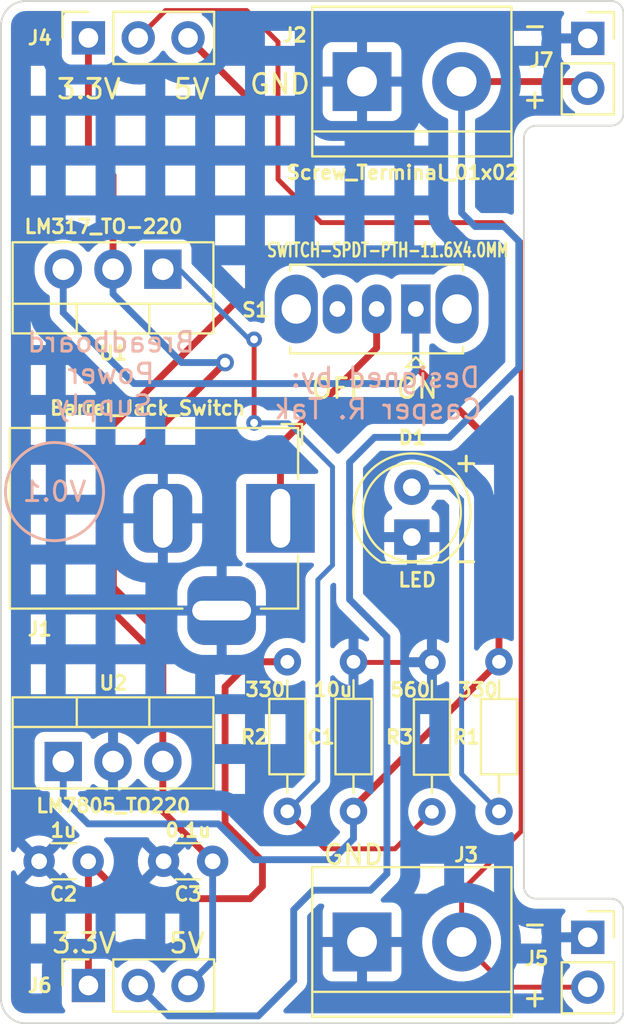
<source format=kicad_pcb>
(kicad_pcb (version 20211014) (generator pcbnew)
  (title_block (title "Breadboard power supply") (date "2022-07-29") (rev "V1.0") (comment 1 "Casper Tak"))
  (layers (0 "F.Cu" signal) (31 "B.Cu" signal) (34 "B.Paste" user) (35 "F.Paste" user) (36 "B.SilkS" user "B.Silkscreen") (37 "F.SilkS" user "F.Silkscreen") (38 "B.Mask" user) (39 "F.Mask" user) (44 "Edge.Cuts" user))
  (net 0 "")
  (net 1 "/12V")
  (net 2 "GND")
  (net 3 "/3.3V")
  (net 4 "/5V")
  (net 5 "Net-(D1-Pad2)")
  (net 6 "/PWR_input")
  (net 7 "Net-(R2-Pad1)")
  (net 9 "/POWER_OUT_BOTTOM")
  (net 10 "Net-(J3-Pad2)")
  (footprint "Resistor_THT:R_Axial_DIN0204_L3.6mm_D1.6mm_P7.62mm_Horizontal" (layer "F.Cu") (at 118.7 82.03 90)
    (fp_text reference "R3" (at 3.81 -1.65 180) (layer "F.SilkS") (effects (font (size 0.7 0.7))))
    (fp_text value "560" (at 6.21 -1.1 180) (layer "F.SilkS") (effects (font (size 0.7 0.7))))
    (fp_line (start 0.94 0) (end 1.89 0) (layer "F.SilkS") (width 0.12))
    (fp_line (start 6.68 0) (end 5.73 0) (layer "F.SilkS") (width 0.12))
    (fp_line (start 1.89 -0.92) (end 1.89 0.92) (layer "F.SilkS") (width 0.12))
    (fp_line (start 5.73 0.92) (end 5.73 -0.92) (layer "F.SilkS") (width 0.12))
    (fp_line (start 5.73 -0.92) (end 1.89 -0.92) (layer "F.SilkS") (width 0.12))
    (fp_line (start 1.89 0.92) (end 5.73 0.92) (layer "F.SilkS") (width 0.12))
    (pad "1" thru_hole circle (at 0 0 90) (size 1.4 1.4) (drill 0.7) (layers *.Cu *.Mask) (net 7 "Net-(R2-Pad1)"))
    (pad "2" thru_hole oval (at 7.62 0 90) (size 1.4 1.4) (drill 0.7) (layers *.Cu *.Mask) (net 2 "GND"))
  )
  (footprint "Resistor_THT:R_Axial_DIN0204_L3.6mm_D1.6mm_P7.62mm_Horizontal" (layer "F.Cu") (at 111.325 82.0075 90)
    (fp_text reference "R2" (at 3.7875 -1.675) (layer "F.SilkS") (effects (font (size 0.7 0.7))))
    (fp_text value "330" (at 6.205 -1.125 180) (layer "F.SilkS") (effects (font (size 0.7 0.7))))
    (fp_line (start 6.68 0) (end 5.73 0) (layer "F.SilkS") (width 0.12))
    (fp_line (start 5.73 0.92) (end 5.73 -0.92) (layer "F.SilkS") (width 0.12))
    (fp_line (start 1.89 -0.92) (end 1.89 0.92) (layer "F.SilkS") (width 0.12))
    (fp_line (start 5.73 -0.92) (end 1.89 -0.92) (layer "F.SilkS") (width 0.12))
    (fp_line (start 1.89 0.92) (end 5.73 0.92) (layer "F.SilkS") (width 0.12))
    (fp_line (start 0.94 0) (end 1.89 0) (layer "F.SilkS") (width 0.12))
    (pad "1" thru_hole circle (at 0 0 90) (size 1.4 1.4) (drill 0.7) (layers *.Cu *.Mask) (net 7 "Net-(R2-Pad1)"))
    (pad "2" thru_hole oval (at 7.62 0 90) (size 1.4 1.4) (drill 0.7) (layers *.Cu *.Mask) (net 3 "/3.3V"))
  )
  (footprint "Resistor_THT:R_Axial_DIN0204_L3.6mm_D1.6mm_P7.62mm_Horizontal" (layer "F.Cu") (at 122.12 82.0075 90)
    (fp_text reference "R1" (at 3.7875 -1.67 180) (layer "F.SilkS") (effects (font (size 0.7 0.7))))
    (fp_text value "330" (at 6.1875 -1.07 180) (layer "F.SilkS") (effects (font (size 0.7 0.7))))
    (fp_line (start 6.68 0) (end 5.73 0) (layer "F.SilkS") (width 0.12))
    (fp_line (start 5.73 -0.92) (end 1.89 -0.92) (layer "F.SilkS") (width 0.12))
    (fp_line (start 1.89 -0.92) (end 1.89 0.92) (layer "F.SilkS") (width 0.12))
    (fp_line (start 0.94 0) (end 1.89 0) (layer "F.SilkS") (width 0.12))
    (fp_line (start 5.73 0.92) (end 5.73 -0.92) (layer "F.SilkS") (width 0.12))
    (fp_line (start 1.89 0.92) (end 5.73 0.92) (layer "F.SilkS") (width 0.12))
    (pad "1" thru_hole circle (at 0 0 90) (size 1.4 1.4) (drill 0.7) (layers *.Cu *.Mask) (net 5 "Net-(D1-Pad2)"))
    (pad "2" thru_hole oval (at 7.62 0 90) (size 1.4 1.4) (drill 0.7) (layers *.Cu *.Mask) (net 1 "/12V"))
  )
  (footprint "Capacitor_THT:C_Disc_D3.0mm_W1.6mm_P2.50mm" (layer "F.Cu") (at 101.165 84.5475 180)
    (fp_text reference "C2" (at 1.25 -1.6725) (layer "F.SilkS") (effects (font (size 0.7 0.7))))
    (fp_text value "1u" (at 1.25 1.5775) (layer "F.SilkS") (effects (font (size 0.7 0.7))))
    (fp_line (start 0.621 0.92) (end 1.879 0.92) (layer "F.SilkS") (width 0.12))
    (fp_line (start 0.621 -0.92) (end 1.879 -0.92) (layer "F.SilkS") (width 0.12))
    (pad "1" thru_hole circle (at 0 0 180) (size 1.6 1.6) (drill 0.8) (layers *.Cu *.Mask) (net 3 "/3.3V"))
    (pad "2" thru_hole circle (at 2.5 0 180) (size 1.6 1.6) (drill 0.8) (layers *.Cu *.Mask) (net 2 "GND"))
  )
  (footprint "Connector_PinSocket_2.54mm:PinSocket_1x02_P2.54mm_Vertical" (layer "F.Cu") (at 126.65 88.42)
    (fp_text reference "J5" (at -2.615 1.0825) (layer "F.SilkS") (effects (font (size 0.7 0.7))))
    (fp_text value "Conn_01x02_Male" hide)
    (fp_line (start 1.33 -1.33) (end 1.33 0) (layer "F.SilkS") (width 0.12))
    (fp_line (start -1.33 3.87) (end 1.33 3.87) (layer "F.SilkS") (width 0.12))
    (fp_line (start 1.33 1.27) (end 1.33 3.87) (layer "F.SilkS") (width 0.12))
    (fp_line (start 0 -1.33) (end 1.33 -1.33) (layer "F.SilkS") (width 0.12))
    (fp_line (start -1.33 1.27) (end -1.33 3.87) (layer "F.SilkS") (width 0.12))
    (fp_line (start -1.33 1.27) (end 1.33 1.27) (layer "F.SilkS") (width 0.12))
    (pad "1" thru_hole rect (at 0 0) (size 1.7 1.7) (drill 1) (layers *.Cu *.Mask) (net 2 "GND"))
    (pad "2" thru_hole oval (at 0 2.54) (size 1.7 1.7) (drill 1) (layers *.Cu *.Mask) (net 10 "Net-(J3-Pad2)"))
  )
  (footprint "TerminalBlock:TerminalBlock_bornier-2_P5.08mm" (layer "F.Cu") (at 115.135 44.8375)
    (fp_text reference "J2" (at -3.435 -2.3675) (layer "F.SilkS") (effects (font (size 0.7 0.7))))
    (fp_text value "Screw_Terminal_01x02" (at 2.065 4.6325) (layer "F.SilkS") (effects (font (size 0.7 0.7))))
    (fp_line (start -2.54 3.81) (end 7.62 3.81) (layer "F.SilkS") (width 0.12))
    (fp_line (start -2.54 -3.81) (end -2.54 3.81) (layer "F.SilkS") (width 0.12))
    (fp_line (start 7.62 2.54) (end -2.54 2.54) (layer "F.SilkS") (width 0.12))
    (fp_line (start 7.62 -3.81) (end -2.54 -3.81) (layer "F.SilkS") (width 0.12))
    (fp_line (start 7.62 3.81) (end 7.62 -3.81) (layer "F.SilkS") (width 0.12))
    (pad "1" thru_hole rect (at 0 0) (size 3 3) (drill 1.52) (layers *.Cu *.Mask) (net 2 "GND"))
    (pad "2" thru_hole circle (at 5.08 0) (size 3 3) (drill 1.52) (layers *.Cu *.Mask) (net 9 "/POWER_OUT_BOTTOM"))
  )
  (footprint "TerminalBlock:TerminalBlock_bornier-2_P5.08mm" (layer "F.Cu") (at 115.135 88.6575)
    (fp_text reference "J3" (at 5.315 -4.4375) (layer "F.SilkS") (effects (font (size 0.7 0.7))))
    (fp_text value "Screw_Terminal_01x02" hide)
    (fp_line (start -2.54 -3.81) (end -2.54 3.81) (layer "F.SilkS") (width 0.12))
    (fp_line (start 7.62 -3.81) (end -2.54 -3.81) (layer "F.SilkS") (width 0.12))
    (fp_line (start 7.62 2.54) (end -2.54 2.54) (layer "F.SilkS") (width 0.12))
    (fp_line (start -2.54 3.81) (end 7.62 3.81) (layer "F.SilkS") (width 0.12))
    (fp_line (start 7.62 3.81) (end 7.62 -3.81) (layer "F.SilkS") (width 0.12))
    (pad "1" thru_hole rect (at 0 0) (size 3 3) (drill 1.52) (layers *.Cu *.Mask) (net 2 "GND"))
    (pad "2" thru_hole circle (at 5.08 0) (size 3 3) (drill 1.52) (layers *.Cu *.Mask) (net 10 "Net-(J3-Pad2)"))
  )
  (footprint "Connector_PinSocket_2.54mm:PinSocket_1x03_P2.54mm_Vertical" (layer "F.Cu") (at 101.18 42.6125 90)
    (fp_text reference "J4" (at 0 -2.48 180) (layer "F.SilkS") (effects (font (size 0.7 0.7))))
    (fp_text value "Conn_01x03_Male" hide)
    (fp_line (start -1.33 6.41) (end 1.33 6.41) (layer "F.SilkS") (width 0.12))
    (fp_line (start 1.33 -1.33) (end 1.33 0) (layer "F.SilkS") (width 0.12))
    (fp_line (start -1.33 1.27) (end -1.33 6.41) (layer "F.SilkS") (width 0.12))
    (fp_line (start -1.33 1.27) (end 1.33 1.27) (layer "F.SilkS") (width 0.12))
    (fp_line (start 0 -1.33) (end 1.33 -1.33) (layer "F.SilkS") (width 0.12))
    (fp_line (start 1.33 1.27) (end 1.33 6.41) (layer "F.SilkS") (width 0.12))
    (pad "1" thru_hole rect (at 0 0 90) (size 1.7 1.7) (drill 1) (layers *.Cu *.Mask) (net 3 "/3.3V"))
    (pad "2" thru_hole oval (at 0 2.54 90) (size 1.7 1.7) (drill 1) (layers *.Cu *.Mask) (net 10 "Net-(J3-Pad2)"))
    (pad "3" thru_hole oval (at 0 5.08 90) (size 1.7 1.7) (drill 1) (layers *.Cu *.Mask) (net 4 "/5V"))
  )
  (footprint "Connector_PinSocket_2.54mm:PinSocket_1x02_P2.54mm_Vertical" (layer "F.Cu") (at 126.65 42.6375)
    (fp_text reference "J7" (at -2.365 1.1125) (layer "F.SilkS") (effects (font (size 0.7 0.7))))
    (fp_text value "Conn_01x02_Male" hide)
    (fp_line (start 1.33 1.27) (end 1.33 3.87) (layer "F.SilkS") (width 0.12))
    (fp_line (start 1.33 -1.33) (end 1.33 0) (layer "F.SilkS") (width 0.12))
    (fp_line (start -1.33 1.27) (end 1.33 1.27) (layer "F.SilkS") (width 0.12))
    (fp_line (start -1.33 1.27) (end -1.33 3.87) (layer "F.SilkS") (width 0.12))
    (fp_line (start 0 -1.33) (end 1.33 -1.33) (layer "F.SilkS") (width 0.12))
    (fp_line (start -1.33 3.87) (end 1.33 3.87) (layer "F.SilkS") (width 0.12))
    (pad "1" thru_hole rect (at 0 0) (size 1.7 1.7) (drill 1) (layers *.Cu *.Mask) (net 2 "GND"))
    (pad "2" thru_hole oval (at 0 2.54) (size 1.7 1.7) (drill 1) (layers *.Cu *.Mask) (net 9 "/POWER_OUT_BOTTOM"))
  )
  (footprint "LED_THT:LED_D5.0mm" (layer "F.Cu") (at 117.675 68.0375 90)
    (fp_text reference "D1" (at 5.0675 0.025 180) (layer "F.SilkS") (effects (font (size 0.7 0.7))))
    (fp_text value "LED" (at -2.1825 0.275) (layer "F.SilkS") (effects (font (size 0.7 0.7))))
    (fp_line (start -1.29 -1.545) (end -1.29 1.545) (layer "F.SilkS") (width 0.12))
    (fp_arc (start 4.26 -0.000462) (mid 2.072002 2.880433) (end -1.29 1.54483) (layer "F.SilkS") (width 0.12))
    (fp_arc (start -1.29 -1.54483) (mid 2.072002 -2.880433) (end 4.26 0.000462) (layer "F.SilkS") (width 0.12))
    (fp_circle (center 1.27 0) (end 3.77 0) (layer "F.SilkS") (width 0.12) (fill none))
    (pad "1" thru_hole rect (at 0 0 90) (size 1.8 1.8) (drill 0.9) (layers *.Cu *.Mask) (net 2 "GND"))
    (pad "2" thru_hole circle (at 2.54 0 90) (size 1.8 1.8) (drill 0.9) (layers *.Cu *.Mask) (net 5 "Net-(D1-Pad2)"))
  )
  (footprint "Button_Switch_THT:SW_Slide_1P2T_CK_OS102011MS2Q" (layer "F.Cu") (at 117.88 56.42 180)
    (fp_text reference "S1" (at 8.18 -0.05) (layer "F.SilkS") (effects (font (size 0.7 0.7))))
    (fp_text value "SWITCH-SPDT-PTH-11.6X4.0MM" (at 1.43 3) (layer "F.SilkS") (effects (font (size 0.7 0.5) (thickness 0.125))))
    (fp_line (start 6.41 2.26) (end 6.41 1.95) (layer "F.SilkS") (width 0.12))
    (fp_line (start -2.41 -2.26) (end 6.41 -2.26) (layer "F.SilkS") (width 0.12))
    (fp_line (start 6.41 2.26) (end -2.41 2.26) (layer "F.SilkS") (width 0.12))
    (fp_line (start -2.41 2.26) (end -2.41 1.95) (layer "F.SilkS") (width 0.12))
    (fp_line (start -2.41 -1.95) (end -2.41 -2.26) (layer "F.SilkS") (width 0.12))
    (fp_line (start 0 -2.46) (end 0.5 -2.96) (layer "F.SilkS") (width 0.12))
    (fp_line (start 6.41 -2.26) (end 6.41 -1.95) (layer "F.SilkS") (width 0.12))
    (fp_line (start -0.5 -2.96) (end 0 -2.46) (layer "F.SilkS") (width 0.12))
    (fp_line (start 0.5 -2.96) (end -0.5 -2.96) (layer "F.SilkS") (width 0.12))
    (pad "" thru_hole oval locked (at -2.1 0 180) (size 2.2 3.5) (drill 1.5) (layers *.Cu *.Mask))
    (pad "" thru_hole oval (at 6.1 0 180) (size 2.2 3.5) (drill 1.5) (layers *.Cu *.Mask))
    (pad "1" thru_hole rect (at 0 0 180) (size 1.5 2.5) (drill 0.8) (layers *.Cu *.Mask) (net 1 "/12V"))
    (pad "2" thru_hole oval (at 2 0 180) (size 1.5 2.5) (drill 0.8) (layers *.Cu *.Mask) (net 6 "/PWR_input"))
    (pad "3" thru_hole oval (at 4 0 180) (size 1.5 2.5) (drill 0.8) (layers *.Cu *.Mask))
  )
  (footprint "Capacitor_THT:C_Disc_D3.0mm_W1.6mm_P2.50mm" (layer "F.Cu") (at 107.515 84.5475 180)
    (fp_text reference "C3" (at 1.25 -1.6725) (layer "F.SilkS") (effects (font (size 0.7 0.7))))
    (fp_text value "0.1u" (at 1.25 1.5775) (layer "F.SilkS") (effects (font (size 0.7 0.7))))
    (fp_line (start 0.621 0.92) (end 1.879 0.92) (layer "F.SilkS") (width 0.12))
    (fp_line (start 0.621 -0.92) (end 1.879 -0.92) (layer "F.SilkS") (width 0.12))
    (pad "1" thru_hole circle (at 0 0 180) (size 1.6 1.6) (drill 0.8) (layers *.Cu *.Mask) (net 4 "/5V"))
    (pad "2" thru_hole circle (at 2.5 0 180) (size 1.6 1.6) (drill 0.8) (layers *.Cu *.Mask) (net 2 "GND"))
  )
  (footprint "Package_TO_SOT_THT:TO-220-3_Vertical" (layer "F.Cu") (at 99.895 79.4675)
    (fp_text reference "U2" (at 2.555 -3.9975) (layer "F.SilkS") (effects (font (size 0.7 0.7))))
    (fp_text value "LM7805_TO220" (at 2.555 2.2525) (layer "F.SilkS") (effects (font (size 0.7 0.7))))
    (fp_line (start 4.391 -3.27) (end 4.391 -1.76) (layer "F.SilkS") (width 0.12))
    (fp_line (start 0.69 -3.27) (end 0.69 -1.76) (layer "F.SilkS") (width 0.12))
    (fp_line (start 7.66 -3.27) (end 7.66 1.371) (layer "F.SilkS") (width 0.12))
    (fp_line (start -2.58 1.371) (end 7.66 1.371) (layer "F.SilkS") (width 0.12))
    (fp_line (start -2.58 -1.76) (end 7.66 -1.76) (layer "F.SilkS") (width 0.12))
    (fp_line (start -2.58 -3.27) (end 7.66 -3.27) (layer "F.SilkS") (width 0.12))
    (fp_line (start -2.58 -3.27) (end -2.58 1.371) (layer "F.SilkS") (width 0.12))
    (pad "1" thru_hole rect (at 0 0) (size 1.905 2) (drill 1.1) (layers *.Cu *.Mask) (net 1 "/12V"))
    (pad "2" thru_hole oval (at 2.54 0) (size 1.905 2) (drill 1.1) (layers *.Cu *.Mask) (net 2 "GND"))
    (pad "3" thru_hole oval (at 5.08 0) (size 1.905 2) (drill 1.1) (layers *.Cu *.Mask) (net 4 "/5V"))
  )
  (footprint "Connector_BarrelJack:BarrelJack_Horizontal" (layer "F.Cu") (at 110.975 67.08)
    (fp_text reference "J1" (at -12.275 5.64) (layer "F.SilkS") (effects (font (size 0.7 0.7))))
    (fp_text value "Barrel_Jack_Switch" (at -6.775 -5.61) (layer "F.SilkS") (effects (font (size 0.7 0.7))))
    (fp_line (start 0.05 -4.8) (end 1.1 -4.8) (layer "F.SilkS") (width 0.12))
    (fp_line (start 0.9 -4.6) (end 0.9 -2) (layer "F.SilkS") (width 0.12))
    (fp_line (start -13.8 4.6) (end -13.8 -4.6) (layer "F.SilkS") (width 0.12))
    (fp_line (start -13.8 -4.6) (end 0.9 -4.6) (layer "F.SilkS") (width 0.12))
    (fp_line (start 0.9 4.6) (end -1 4.6) (layer "F.SilkS") (width 0.12))
    (fp_line (start 1.1 -3.75) (end 1.1 -4.8) (layer "F.SilkS") (width 0.12))
    (fp_line (start 0.9 1.9) (end 0.9 4.6) (layer "F.SilkS") (width 0.12))
    (fp_line (start -5 4.6) (end -13.8 4.6) (layer "F.SilkS") (width 0.12))
    (pad "1" thru_hole rect (at 0 0) (size 3.5 3.5) (drill oval 1 3) (layers *.Cu *.Mask) (net 6 "/PWR_input"))
    (pad "2" thru_hole roundrect (at -6 0) (size 3 3.5) (drill oval 1 3) (layers *.Cu *.Mask) (net 2 "GND"))
    (pad "3" thru_hole roundrect (at -3 4.7) (size 3.5 3.5) (drill oval 3 1) (layers *.Cu *.Mask) (net 2 "GND"))
  )
  (footprint "Package_TO_SOT_THT:TO-220-3_Vertical" (layer "F.Cu") (at 104.975 54.3925 180)
    (fp_text reference "U1" (at 2.54 -4.27) (layer "F.SilkS") (effects (font (size 0.7 0.7))))
    (fp_text value "LM317_TO-220" (at 3.025 2.1725) (layer "F.SilkS") (effects (font (size 0.7 0.7))))
    (fp_line (start 0.69 -3.27) (end 0.69 -1.76) (layer "F.SilkS") (width 0.12))
    (fp_line (start 7.66 -3.27) (end 7.66 1.371) (layer "F.SilkS") (width 0.12))
    (fp_line (start -2.58 -3.27) (end 7.66 -3.27) (layer "F.SilkS") (width 0.12))
    (fp_line (start -2.58 1.371) (end 7.66 1.371) (layer "F.SilkS") (width 0.12))
    (fp_line (start 4.391 -3.27) (end 4.391 -1.76) (layer "F.SilkS") (width 0.12))
    (fp_line (start -2.58 -3.27) (end -2.58 1.371) (layer "F.SilkS") (width 0.12))
    (fp_line (start -2.58 -1.76) (end 7.66 -1.76) (layer "F.SilkS") (width 0.12))
    (pad "1" thru_hole rect (at 0 0 180) (size 1.905 2) (drill 1.1) (layers *.Cu *.Mask) (net 7 "Net-(R2-Pad1)"))
    (pad "2" thru_hole oval (at 2.54 0 180) (size 1.905 2) (drill 1.1) (layers *.Cu *.Mask) (net 3 "/3.3V"))
    (pad "3" thru_hole oval (at 5.08 0 180) (size 1.905 2) (drill 1.1) (layers *.Cu *.Mask) (net 1 "/12V"))
  )
  (footprint "Connector_PinSocket_2.54mm:PinSocket_1x03_P2.54mm_Vertical" (layer "F.Cu") (at 101.18 90.8725 90)
    (fp_text reference "J6" (at 0 -2.48 180) (layer "F.SilkS") (effects (font (size 0.7 0.7))))
    (fp_text value "Conn_01x03_Male" hide)
    (fp_line (start 1.33 -1.33) (end 1.33 0) (layer "F.SilkS") (width 0.12))
    (fp_line (start -1.33 6.41) (end 1.33 6.41) (layer "F.SilkS") (width 0.12))
    (fp_line (start -1.33 1.27) (end -1.33 6.41) (layer "F.SilkS") (width 0.12))
    (fp_line (start 0 -1.33) (end 1.33 -1.33) (layer "F.SilkS") (width 0.12))
    (fp_line (start -1.33 1.27) (end 1.33 1.27) (layer "F.SilkS") (width 0.12))
    (fp_line (start 1.33 1.27) (end 1.33 6.41) (layer "F.SilkS") (width 0.12))
    (pad "1" thru_hole rect (at 0 0 90) (size 1.7 1.7) (drill 1) (layers *.Cu *.Mask) (net 3 "/3.3V"))
    (pad "2" thru_hole oval (at 0 2.54 90) (size 1.7 1.7) (drill 1) (layers *.Cu *.Mask) (net 9 "/POWER_OUT_BOTTOM"))
    (pad "3" thru_hole oval (at 0 5.08 90) (size 1.7 1.7) (drill 1) (layers *.Cu *.Mask) (net 4 "/5V"))
  )
  (footprint "Resistor_THT:R_Axial_DIN0204_L3.6mm_D1.6mm_P7.62mm_Horizontal" (layer "F.Cu") (at 114.7 82.0075 90)
    (fp_text reference "C1" (at 3.7875 -1.65 180) (layer "F.SilkS") (effects (font (size 0.7 0.7))))
    (fp_text value "10u" (at 6.205 -1.05 180) (layer "F.SilkS") (effects (font (size 0.7 0.7))))
    (fp_line (start 1.89 0.92) (end 5.73 0.92) (layer "F.SilkS") (width 0.12))
    (fp_line (start 5.73 -0.92) (end 1.89 -0.92) (layer "F.SilkS") (width 0.12))
    (fp_line (start 5.73 0.92) (end 5.73 -0.92) (layer "F.SilkS") (width 0.12))
    (fp_line (start 0.94 0) (end 1.89 0) (layer "F.SilkS") (width 0.12))
    (fp_line (start 1.89 -0.92) (end 1.89 0.92) (layer "F.SilkS") (width 0.12))
    (fp_line (start 6.68 0) (end 5.73 0) (layer "F.SilkS") (width 0.12))
    (pad "1" thru_hole circle (at 0 0 90) (size 1.4 1.4) (drill 0.7) (layers *.Cu *.Mask) (net 1 "/12V"))
    (pad "2" thru_hole oval (at 7.62 0 90) (size 1.4 1.4) (drill 0.7) (layers *.Cu *.Mask) (net 2 "GND"))
  )
  (gr_circle (center 99.45 65.72) (end 101.95 65.72) (layer "B.SilkS") (width 0.15) (fill none))
  (gr_line (start 128.47 46.4475) (end 128.47 41.3675) (layer "Edge.Cuts") (width 0.1))
  (gr_arc (start 96.72 42.0025) (mid 97.091974 41.104474) (end 97.99 40.7325) (layer "Edge.Cuts") (width 0.1))
  (gr_arc (start 124.025 86.4525) (mid 123.575987 86.266513) (end 123.39 85.8175) (layer "Edge.Cuts") (width 0.1))
  (gr_line (start 97.99 40.7325) (end 127.835 40.7325) (layer "Edge.Cuts") (width 0.1))
  (gr_line (start 127.835 92.8025) (end 97.99 92.8025) (layer "Edge.Cuts") (width 0.1))
  (gr_arc (start 97.99 92.8025) (mid 97.091974 92.430526) (end 96.72 91.5325) (layer "Edge.Cuts") (width 0.1))
  (gr_arc (start 123.39 47.7175) (mid 123.575987 47.268487) (end 124.025 47.0825) (layer "Edge.Cuts") (width 0.1))
  (gr_line (start 124.025 86.4525) (end 127.835 86.4525) (layer "Edge.Cuts") (width 0.1))
  (gr_arc (start 127.835 86.4525) (mid 128.284013 86.638487) (end 128.47 87.0875) (layer "Edge.Cuts") (width 0.1))
  (gr_line (start 123.39 85.8175) (end 123.39 47.7175) (layer "Edge.Cuts") (width 0.1))
  (gr_arc (start 128.47 92.1675) (mid 128.284013 92.616513) (end 127.835 92.8025) (layer "Edge.Cuts") (width 0.1))
  (gr_line (start 96.72 91.5325) (end 96.72 42.0025) (layer "Edge.Cuts") (width 0.1))
  (gr_line (start 124.025 47.0825) (end 127.835 47.0825) (layer "Edge.Cuts") (width 0.1))
  (gr_arc (start 128.47 46.4475) (mid 128.284013 46.896513) (end 127.835 47.0825) (layer "Edge.Cuts") (width 0.1))
  (gr_arc (start 127.835 40.7325) (mid 128.284013 40.918487) (end 128.47 41.3675) (layer "Edge.Cuts") (width 0.1))
  (gr_line (start 128.47 87.0875) (end 128.47 92.1675) (layer "Edge.Cuts") (width 0.1))
  (gr_text "Designed by: \nCasper R. Tak\n" (at 115.95 60.72) (layer "B.SilkS") (effects (font (size 1 1)) (justify mirror)))
  (gr_text "Breadboard \nPower \nSupply" (at 101.95 59.72) (layer "B.SilkS") (effects (font (size 1 1)) (justify mirror)))
  (gr_text "V0.1\n" (at 99.45 65.72) (layer "B.SilkS") (effects (font (size 1 1)) (justify mirror)))
  (gr_text "-" (at 123.95 41.97) (layer "F.SilkS") (effects (font (size 1 1))))
  (gr_text "3.3V\n" (at 101.2 45.22) (layer "F.SilkS") (effects (font (size 1 1))))
  (gr_text "-" (at 123.95 87.72) (layer "F.SilkS") (effects (font (size 1 1))))
  (gr_text "+" (at 120.45 64.22) (layer "F.SilkS") (effects (font (size 1 1))))
  (gr_text "5V" (at 106.45 45.22) (layer "F.SilkS") (effects (font (size 1 1))))
  (gr_text "-\n" (at 120.45 69.22) (layer "F.SilkS") (effects (font (size 1 1))))
  (gr_text "+" (at 123.95 45.72) (layer "F.SilkS") (effects (font (size 1 1))))
  (gr_text "ON\n" (at 117.95 60.47) (layer "F.SilkS") (effects (font (size 1 1))))
  (gr_text "OFF\n" (at 113.95 60.47) (layer "F.SilkS") (effects (font (size 1 1))))
  (gr_text "+" (at 123.95 91.47) (layer "F.SilkS") (effects (font (size 1 1))))
  (gr_text "GND\n" (at 114.7 84.22) (layer "F.SilkS") (effects (font (size 1 1))))
  (gr_text "3.3V\n" (at 100.95 88.72) (layer "F.SilkS") (effects (font (size 1 1))))
  (gr_text "5V" (at 106.2 88.72) (layer "F.SilkS") (effects (font (size 1 1))))
  (gr_text "GND\n" (at 110.95 44.97) (layer "F.SilkS") (effects (font (size 1 1))))
  (segment (start 122.12 74.3875) (end 122.12 63.5925) (width 0.35) (layer "F.Cu") (net 1))
  (segment (start 114.7 81.8075) (end 114.7 82.0075) (width 0.35) (layer "F.Cu") (net 1))
  (segment (start 122.12 63.5925) (end 117.88 59.3525) (width 0.35) (layer "F.Cu") (net 1))
  (segment (start 117.88 59.3525) (end 117.88 56.42) (width 0.35) (layer "F.Cu") (net 1))
  (segment (start 122.12 74.3875) (end 114.7 81.8075) (width 0.35) (layer "F.Cu") (net 1))
  (segment (start 99.895 81.3725) (end 101.165 82.6425) (width 0.35) (layer "B.Cu") (net 1))
  (segment (start 117.88 59.5775) (end 117.88 56.42) (width 0.35) (layer "B.Cu") (net 1))
  (segment (start 109.63 84.4675) (end 113.63 84.4675) (width 0.35) (layer "B.Cu") (net 1))
  (segment (start 107.805 82.6425) (end 109.63 84.4675) (width 0.35) (layer "B.Cu") (net 1))
  (segment (start 103.505 60.2175) (end 117.24 60.2175) (width 0.35) (layer "B.Cu") (net 1))
  (segment (start 117.24 60.2175) (end 117.88 59.5775) (width 0.35) (layer "B.Cu") (net 1))
  (segment (start 99.895 56.6075) (end 103.505 60.2175) (width 0.35) (layer "B.Cu") (net 1))
  (segment (start 101.165 82.6425) (end 107.805 82.6425) (width 0.35) (layer "B.Cu") (net 1))
  (segment (start 99.895 79.4675) (end 99.895 81.3725) (width 0.35) (layer "B.Cu") (net 1))
  (segment (start 114.7 83.3975) (end 114.7 82.0075) (width 0.35) (layer "B.Cu") (net 1))
  (segment (start 99.895 54.3925) (end 99.895 56.6075) (width 0.35) (layer "B.Cu") (net 1))
  (segment (start 113.63 84.4675) (end 114.7 83.3975) (width 0.35) (layer "B.Cu") (net 1))
  (segment (start 114.7325 74.42) (end 114.7 74.3875) (width 0.25) (layer "F.Cu") (net 2))
  (segment (start 118.69 74.42) (end 114.7325 74.42) (width 0.25) (layer "F.Cu") (net 2))
  (segment (start 106.245 74.3875) (end 111.325 74.3875) (width 0.35) (layer "F.Cu") (net 3))
  (segment (start 110.055 84.5475) (end 110.055 85.8175) (width 0.35) (layer "F.Cu") (net 3))
  (segment (start 101.18 90.8725) (end 101.18 84.5625) (width 0.35) (layer "F.Cu") (net 3))
  (segment (start 102.435 49.6225) (end 102.435 54.3925) (width 0.35) (layer "F.Cu") (net 3))
  (segment (start 108.15 59.1475) (end 102.45 64.8475) (width 0.35) (layer "F.Cu") (net 3))
  (segment (start 108.15 75.6575) (end 108.15 82.6425) (width 0.35) (layer "F.Cu") (net 3))
  (segment (start 101.18 48.3675) (end 102.435 49.6225) (width 0.35) (layer "F.Cu") (net 3))
  (segment (start 109.42 86.4525) (end 103.07 86.4525) (width 0.35) (layer "F.Cu") (net 3))
  (segment (start 108.15 82.6425) (end 110.055 84.5475) (width 0.35) (layer "F.Cu") (net 3))
  (segment (start 101.18 84.5625) (end 101.165 84.5475) (width 0.35) (layer "F.Cu") (net 3))
  (segment (start 110.055 85.8175) (end 109.42 86.4525) (width 0.35) (layer "F.Cu") (net 3))
  (segment (start 101.18 42.6125) (end 101.18 48.3675) (width 0.35) (layer "F.Cu") (net 3))
  (segment (start 111.325 74.3875) (end 109.42 74.3875) (width 0.35) (layer "F.Cu") (net 3))
  (segment (start 103.07 86.4525) (end 101.165 84.5475) (width 0.35) (layer "F.Cu") (net 3))
  (segment (start 109.42 74.3875) (end 108.15 75.6575) (width 0.35) (layer "F.Cu") (net 3))
  (segment (start 102.45 64.8475) (end 102.45 70.5925) (width 0.35) (layer "F.Cu") (net 3))
  (segment (start 102.45 70.5925) (end 106.245 74.3875) (width 0.35) (layer "F.Cu") (net 3))
  (via (at 108.15 59.1475) (size 0.9) (drill 0.5) (layers "F.Cu" "B.Cu") (net 3))
  (segment (start 102.435 55.6475) (end 105.935 59.1475) (width 0.35) (layer "B.Cu") (net 3))
  (segment (start 105.935 59.1475) (end 108.15 59.1475) (width 0.35) (layer "B.Cu") (net 3))
  (segment (start 102.435 54.3925) (end 102.435 55.6475) (width 0.35) (layer "B.Cu") (net 3))
  (segment (start 101.8 71.2125) (end 101.8 62.9575) (width 0.35) (layer "F.Cu") (net 4))
  (segment (start 109.42 55.3375) (end 109.42 45.7725) (width 0.35) (layer "F.Cu") (net 4))
  (segment (start 101.8 62.9575) (end 109.42 55.3375) (width 0.35) (layer "F.Cu") (net 4))
  (segment (start 104.975 74.3875) (end 101.8 71.2125) (width 0.35) (layer "F.Cu") (net 4))
  (segment (start 104.975 82.0075) (end 107.515 84.5475) (width 0.35) (layer "F.Cu") (net 4))
  (segment (start 104.975 79.4675) (end 104.975 82.0075) (width 0.35) (layer "F.Cu") (net 4))
  (segment (start 109.42 45.7725) (end 106.26 42.6125) (width 0.35) (layer "F.Cu") (net 4))
  (segment (start 104.975 79.4675) (end 104.975 74.3875) (width 0.35) (layer "F.Cu") (net 4))
  (segment (start 107.515 89.6175) (end 107.515 84.5475) (width 0.35) (layer "B.Cu") (net 4))
  (segment (start 106.26 90.8725) (end 107.515 89.6175) (width 0.35) (layer "B.Cu") (net 4))
  (segment (start 117.675 65.4975) (end 119.58 65.4975) (width 0.25) (layer "B.Cu") (net 5))
  (segment (start 120.215 66.1325) (end 120.215 80.1025) (width 0.25) (layer "B.Cu") (net 5))
  (segment (start 120.215 80.1025) (end 122.12 82.0075) (width 0.25) (layer "B.Cu") (net 5))
  (segment (start 119.58 65.4975) (end 120.215 66.1325) (width 0.25) (layer "B.Cu") (net 5))
  (segment (start 115.88 58.4025) (end 110.975 63.3075) (width 0.35) (layer "F.Cu") (net 6))
  (segment (start 110.975 63.3075) (end 110.975 67.08) (width 0.35) (layer "F.Cu") (net 6))
  (segment (start 115.88 56.42) (end 115.88 58.4025) (width 0.35) (layer "F.Cu") (net 6))
  (segment (start 118.7 82.03) (end 116.8175 83.9125) (width 0.25) (layer "F.Cu") (net 7))
  (segment (start 116.8175 83.9125) (end 113.23 83.9125) (width 0.25) (layer "F.Cu") (net 7))
  (segment (start 109.63 62.2175) (end 109.63 57.9675) (width 0.25) (layer "F.Cu") (net 7))
  (segment (start 113.23 83.9125) (end 111.325 82.0075) (width 0.25) (layer "F.Cu") (net 7))
  (via (at 109.63 57.9675) (size 0.8) (drill 0.4) (layers "F.Cu" "B.Cu") (net 7))
  (via (at 109.63 62.2175) (size 0.8) (drill 0.4) (layers "F.Cu" "B.Cu") (net 7))
  (segment (start 112.88 70.2175) (end 112.88 80.4525) (width 0.25) (layer "B.Cu") (net 7))
  (segment (start 109.63 62.2175) (end 111.38 62.2175) (width 0.25) (layer "B.Cu") (net 7))
  (segment (start 113.63 64.4675) (end 113.63 69.4675) (width 0.25) (layer "B.Cu") (net 7))
  (segment (start 105.805 54.3925) (end 104.975 54.3925) (width 0.25) (layer "B.Cu") (net 7))
  (segment (start 109.38 57.9675) (end 105.805 54.3925) (width 0.25) (layer "B.Cu") (net 7))
  (segment (start 113.63 69.4675) (end 112.88 70.2175) (width 0.25) (layer "B.Cu") (net 7))
  (segment (start 109.63 57.9675) (end 109.38 57.9675) (width 0.25) (layer "B.Cu") (net 7))
  (segment (start 111.38 62.2175) (end 113.63 64.4675) (width 0.25) (layer "B.Cu") (net 7))
  (segment (start 112.88 80.4525) (end 111.325 82.0075) (width 0.25) (layer "B.Cu") (net 7))
  (segment (start 120.215 44.8375) (end 126.225 44.8375) (width 0.35) (layer "F.Cu") (net 9))
  (segment (start 126.225 44.8375) (end 126.565 45.1775) (width 0.35) (layer "F.Cu") (net 9))
  (segment (start 109.85 92.42) (end 111.65 90.62) (width 0.35) (layer "B.Cu") (net 9))
  (segment (start 111.65 87.02) (end 112.65 86.02) (width 0.35) (layer "B.Cu") (net 9))
  (segment (start 116.405 85.1825) (end 116.405 73.1175) (width 0.35) (layer "B.Cu") (net 9))
  (segment (start 116.405 73.1175) (end 114.5 71.2125) (width 0.35) (layer "B.Cu") (net 9))
  (segment (start 123.13 59.4075) (end 123.13 52.9675) (width 0.35) (layer "B.Cu") (net 9))
  (segment (start 105.2675 92.42) (end 109.85 92.42) (width 0.35) (layer "B.Cu") (net 9))
  (segment (start 115.5675 86.02) (end 116.405 85.1825) (width 0.35) (layer "B.Cu") (net 9))
  (segment (start 122.38 52.2175) (end 120.905 52.2175) (width 0.35) (layer "B.Cu") (net 9))
  (segment (start 115.77 62.9575) (end 119.58 62.9575) (width 0.35) (layer "B.Cu") (net 9))
  (segment (start 119.58 62.9575) (end 123.13 59.4075) (width 0.35) (layer "B.Cu") (net 9))
  (segment (start 114.5 71.2125) (end 114.5 64.2275) (width 0.35) (layer "B.Cu") (net 9))
  (segment (start 114.5 64.2275) (end 115.77 62.9575) (width 0.35) (layer "B.Cu") (net 9))
  (segment (start 111.65 90.62) (end 111.65 87.02) (width 0.35) (layer "B.Cu") (net 9))
  (segment (start 103.72 90.8725) (end 105.2675 92.42) (width 0.35) (layer "B.Cu") (net 9))
  (segment (start 112.65 86.02) (end 115.5675 86.02) (width 0.35) (layer "B.Cu") (net 9))
  (segment (start 123.13 52.9675) (end 122.38 52.2175) (width 0.35) (layer "B.Cu") (net 9))
  (segment (start 120.215 51.5275) (end 120.215 44.8375) (width 0.35) (layer "B.Cu") (net 9))
  (segment (start 120.905 52.2175) (end 120.215 51.5275) (width 0.35) (layer "B.Cu") (net 9))
  (segment (start 120.215 88.6575) (end 120.215 86.055) (width 0.25) (layer "F.Cu") (net 10))
  (segment (start 113.05 52.02) (end 110.85 49.82) (width 0.25) (layer "F.Cu") (net 10))
  (segment (start 109.25 41.22) (end 105.1125 41.22) (width 0.25) (layer "F.Cu") (net 10))
  (segment (start 110.85 49.82) (end 110.85 42.82) (width 0.25) (layer "F.Cu") (net 10))
  (segment (start 110.85 42.82) (end 109.25 41.22) (width 0.25) (layer "F.Cu") (net 10))
  (segment (start 126.65 90.96) (end 122.5175 90.96) (width 0.25) (layer "F.Cu") (net 10))
  (segment (start 122.25 52.02) (end 113.05 52.02) (width 0.25) (layer "F.Cu") (net 10))
  (segment (start 123.25 83.02) (end 123.25 53.02) (width 0.25) (layer "F.Cu") (net 10))
  (segment (start 105.1125 41.22) (end 103.72 42.6125) (width 0.25) (layer "F.Cu") (net 10))
  (segment (start 122.5175 90.96) (end 120.215 88.6575) (width 0.25) (layer "F.Cu") (net 10))
  (segment (start 120.215 86.055) (end 123.25 83.02) (width 0.25) (layer "F.Cu") (net 10))
  (segment (start 123.25 53.02) (end 122.25 52.02) (width 0.25) (layer "F.Cu") (net 10))
  (zone (net 2) (net_name "GND") (layer "B.Cu") (connect_pads (clearance 0.508)) (min_thickness 0.254) (fill yes (mode hatch) (thermal_gap 0.508) (thermal_bridge_width 0.508) (hatch_thickness 1.016) (hatch_gap 1.524) (hatch_orientation 0) (hatch_border_algorithm hatch_thickness) (hatch_min_hole_area 0.3))
    (polygon (pts (xy 128.47 41.3675) (xy 128.47 46.4475) (xy 127.835 47.0825) (xy 123.39 47.0825) (xy 123.39 86.4525) (xy 127.835 86.4525) (xy 128.47 87.0875) (xy 128.47 92.1675) (xy 127.835 92.8025) (xy 97.99 92.8025) (xy 96.72 91.5325) (xy 96.72 42.0025) (xy 97.99 40.7325) (xy 127.835 40.7325)))
  )
)
</source>
